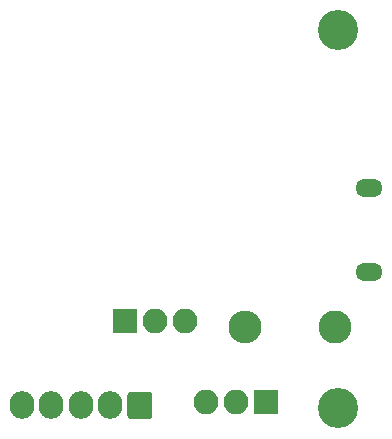
<source format=gbr>
G04 #@! TF.GenerationSoftware,KiCad,Pcbnew,5.1.2-f72e74a~84~ubuntu16.04.1*
G04 #@! TF.CreationDate,2019-06-09T21:55:35+02:00*
G04 #@! TF.ProjectId,CameraMotor,43616d65-7261-44d6-9f74-6f722e6b6963,rev?*
G04 #@! TF.SameCoordinates,Original*
G04 #@! TF.FileFunction,Soldermask,Bot*
G04 #@! TF.FilePolarity,Negative*
%FSLAX46Y46*%
G04 Gerber Fmt 4.6, Leading zero omitted, Abs format (unit mm)*
G04 Created by KiCad (PCBNEW 5.1.2-f72e74a~84~ubuntu16.04.1) date 2019-06-09 21:55:35*
%MOMM*%
%LPD*%
G04 APERTURE LIST*
%ADD10O,2.100000X2.100000*%
%ADD11R,2.100000X2.100000*%
%ADD12C,3.400000*%
%ADD13C,0.100000*%
%ADD14C,2.100000*%
%ADD15O,2.100000X2.350000*%
%ADD16O,2.300000X1.500000*%
%ADD17C,2.800000*%
%ADD18O,2.800000X2.800000*%
G04 APERTURE END LIST*
D10*
X166370000Y-128270000D03*
X168910000Y-128270000D03*
D11*
X171450000Y-128270000D03*
D12*
X177546000Y-128778000D03*
X177546000Y-96774000D03*
D13*
G36*
X161553447Y-127350487D02*
G01*
X161583425Y-127354934D01*
X161612824Y-127362298D01*
X161641358Y-127372508D01*
X161668755Y-127385465D01*
X161694750Y-127401046D01*
X161719092Y-127419100D01*
X161741548Y-127439452D01*
X161761900Y-127461908D01*
X161779954Y-127486250D01*
X161795535Y-127512245D01*
X161808492Y-127539642D01*
X161818702Y-127568176D01*
X161826066Y-127597575D01*
X161830513Y-127627553D01*
X161832000Y-127657823D01*
X161832000Y-129390177D01*
X161830513Y-129420447D01*
X161826066Y-129450425D01*
X161818702Y-129479824D01*
X161808492Y-129508358D01*
X161795535Y-129535755D01*
X161779954Y-129561750D01*
X161761900Y-129586092D01*
X161741548Y-129608548D01*
X161719092Y-129628900D01*
X161694750Y-129646954D01*
X161668755Y-129662535D01*
X161641358Y-129675492D01*
X161612824Y-129685702D01*
X161583425Y-129693066D01*
X161553447Y-129697513D01*
X161523177Y-129699000D01*
X160040823Y-129699000D01*
X160010553Y-129697513D01*
X159980575Y-129693066D01*
X159951176Y-129685702D01*
X159922642Y-129675492D01*
X159895245Y-129662535D01*
X159869250Y-129646954D01*
X159844908Y-129628900D01*
X159822452Y-129608548D01*
X159802100Y-129586092D01*
X159784046Y-129561750D01*
X159768465Y-129535755D01*
X159755508Y-129508358D01*
X159745298Y-129479824D01*
X159737934Y-129450425D01*
X159733487Y-129420447D01*
X159732000Y-129390177D01*
X159732000Y-127657823D01*
X159733487Y-127627553D01*
X159737934Y-127597575D01*
X159745298Y-127568176D01*
X159755508Y-127539642D01*
X159768465Y-127512245D01*
X159784046Y-127486250D01*
X159802100Y-127461908D01*
X159822452Y-127439452D01*
X159844908Y-127419100D01*
X159869250Y-127401046D01*
X159895245Y-127385465D01*
X159922642Y-127372508D01*
X159951176Y-127362298D01*
X159980575Y-127354934D01*
X160010553Y-127350487D01*
X160040823Y-127349000D01*
X161523177Y-127349000D01*
X161553447Y-127350487D01*
X161553447Y-127350487D01*
G37*
D14*
X160782000Y-128524000D03*
D15*
X158282000Y-128524000D03*
X155782000Y-128524000D03*
X153282000Y-128524000D03*
X150782000Y-128524000D03*
D16*
X180216000Y-117245000D03*
X180216000Y-110105000D03*
D11*
X159512000Y-121412000D03*
D10*
X162052000Y-121412000D03*
X164592000Y-121412000D03*
D17*
X177292000Y-121920000D03*
D18*
X169672000Y-121920000D03*
M02*

</source>
